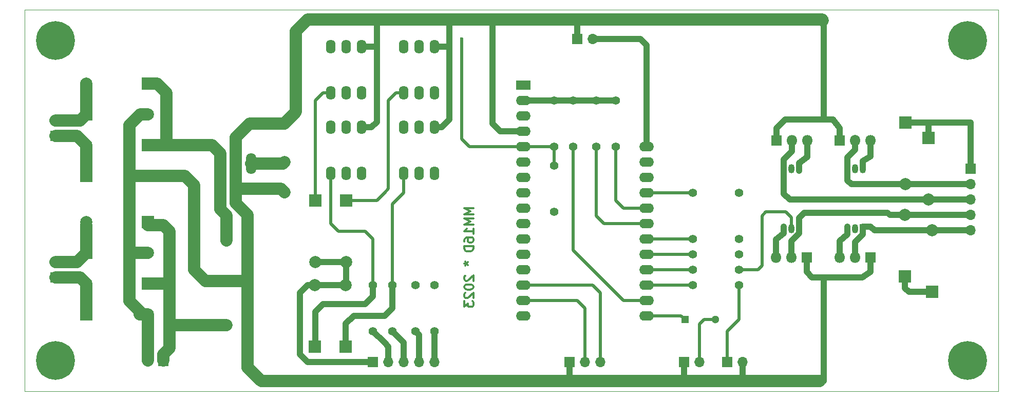
<source format=gbr>
%TF.GenerationSoftware,KiCad,Pcbnew,5.1.9+dfsg1-1+deb11u1*%
%TF.CreationDate,2023-10-22T21:48:40+02:00*%
%TF.ProjectId,mainboard,6d61696e-626f-4617-9264-2e6b69636164,231022*%
%TF.SameCoordinates,Original*%
%TF.FileFunction,Copper,L2,Bot*%
%TF.FilePolarity,Positive*%
%FSLAX46Y46*%
G04 Gerber Fmt 4.6, Leading zero omitted, Abs format (unit mm)*
G04 Created by KiCad (PCBNEW 5.1.9+dfsg1-1+deb11u1) date 2023-10-22 21:48:40*
%MOMM*%
%LPD*%
G01*
G04 APERTURE LIST*
%TA.AperFunction,NonConductor*%
%ADD10C,0.300000*%
%TD*%
%TA.AperFunction,Profile*%
%ADD11C,0.100000*%
%TD*%
%TA.AperFunction,ComponentPad*%
%ADD12R,1.300000X1.300000*%
%TD*%
%TA.AperFunction,ComponentPad*%
%ADD13C,1.300000*%
%TD*%
%TA.AperFunction,ComponentPad*%
%ADD14C,1.397000*%
%TD*%
%TA.AperFunction,ComponentPad*%
%ADD15C,1.998980*%
%TD*%
%TA.AperFunction,ComponentPad*%
%ADD16R,1.998980X1.998980*%
%TD*%
%TA.AperFunction,ComponentPad*%
%ADD17O,1.699260X3.500120*%
%TD*%
%TA.AperFunction,ComponentPad*%
%ADD18O,1.600000X2.300000*%
%TD*%
%TA.AperFunction,ComponentPad*%
%ADD19C,6.400000*%
%TD*%
%TA.AperFunction,ComponentPad*%
%ADD20O,1.700000X1.700000*%
%TD*%
%TA.AperFunction,ComponentPad*%
%ADD21R,1.700000X1.700000*%
%TD*%
%TA.AperFunction,ComponentPad*%
%ADD22R,1.050000X1.500000*%
%TD*%
%TA.AperFunction,ComponentPad*%
%ADD23O,1.050000X1.500000*%
%TD*%
%TA.AperFunction,ComponentPad*%
%ADD24O,2.400000X1.600000*%
%TD*%
%TA.AperFunction,ComponentPad*%
%ADD25R,2.400000X1.600000*%
%TD*%
%TA.AperFunction,ComponentPad*%
%ADD26O,1.800000X1.800000*%
%TD*%
%TA.AperFunction,ComponentPad*%
%ADD27R,1.800000X1.800000*%
%TD*%
%TA.AperFunction,ViaPad*%
%ADD28C,0.600000*%
%TD*%
%TA.AperFunction,Conductor*%
%ADD29C,0.500000*%
%TD*%
%TA.AperFunction,Conductor*%
%ADD30C,1.000000*%
%TD*%
%TA.AperFunction,Conductor*%
%ADD31C,2.000000*%
%TD*%
G04 APERTURE END LIST*
D10*
X148760571Y-100604857D02*
X147260571Y-100604857D01*
X148332000Y-101104857D01*
X147260571Y-101604857D01*
X148760571Y-101604857D01*
X148760571Y-102319142D02*
X147260571Y-102319142D01*
X148332000Y-102819142D01*
X147260571Y-103319142D01*
X148760571Y-103319142D01*
X148760571Y-104819142D02*
X148760571Y-103962000D01*
X148760571Y-104390571D02*
X147260571Y-104390571D01*
X147474857Y-104247714D01*
X147617714Y-104104857D01*
X147689142Y-103962000D01*
X147260571Y-106104857D02*
X147260571Y-105819142D01*
X147332000Y-105676285D01*
X147403428Y-105604857D01*
X147617714Y-105462000D01*
X147903428Y-105390571D01*
X148474857Y-105390571D01*
X148617714Y-105462000D01*
X148689142Y-105533428D01*
X148760571Y-105676285D01*
X148760571Y-105962000D01*
X148689142Y-106104857D01*
X148617714Y-106176285D01*
X148474857Y-106247714D01*
X148117714Y-106247714D01*
X147974857Y-106176285D01*
X147903428Y-106104857D01*
X147832000Y-105962000D01*
X147832000Y-105676285D01*
X147903428Y-105533428D01*
X147974857Y-105462000D01*
X148117714Y-105390571D01*
X148760571Y-106890571D02*
X147260571Y-106890571D01*
X147260571Y-107247714D01*
X147332000Y-107462000D01*
X147474857Y-107604857D01*
X147617714Y-107676285D01*
X147903428Y-107747714D01*
X148117714Y-107747714D01*
X148403428Y-107676285D01*
X148546285Y-107604857D01*
X148689142Y-107462000D01*
X148760571Y-107247714D01*
X148760571Y-106890571D01*
X147260571Y-109747714D02*
X147617714Y-109747714D01*
X147474857Y-109390571D02*
X147617714Y-109747714D01*
X147474857Y-110104857D01*
X147903428Y-109533428D02*
X147617714Y-109747714D01*
X147903428Y-109962000D01*
X147403428Y-111747714D02*
X147332000Y-111819142D01*
X147260571Y-111962000D01*
X147260571Y-112319142D01*
X147332000Y-112462000D01*
X147403428Y-112533428D01*
X147546285Y-112604857D01*
X147689142Y-112604857D01*
X147903428Y-112533428D01*
X148760571Y-111676285D01*
X148760571Y-112604857D01*
X147260571Y-113533428D02*
X147260571Y-113676285D01*
X147332000Y-113819142D01*
X147403428Y-113890571D01*
X147546285Y-113962000D01*
X147832000Y-114033428D01*
X148189142Y-114033428D01*
X148474857Y-113962000D01*
X148617714Y-113890571D01*
X148689142Y-113819142D01*
X148760571Y-113676285D01*
X148760571Y-113533428D01*
X148689142Y-113390571D01*
X148617714Y-113319142D01*
X148474857Y-113247714D01*
X148189142Y-113176285D01*
X147832000Y-113176285D01*
X147546285Y-113247714D01*
X147403428Y-113319142D01*
X147332000Y-113390571D01*
X147260571Y-113533428D01*
X147403428Y-114604857D02*
X147332000Y-114676285D01*
X147260571Y-114819142D01*
X147260571Y-115176285D01*
X147332000Y-115319142D01*
X147403428Y-115390571D01*
X147546285Y-115462000D01*
X147689142Y-115462000D01*
X147903428Y-115390571D01*
X148760571Y-114533428D01*
X148760571Y-115462000D01*
X147260571Y-115962000D02*
X147260571Y-116890571D01*
X147832000Y-116390571D01*
X147832000Y-116604857D01*
X147903428Y-116747714D01*
X147974857Y-116819142D01*
X148117714Y-116890571D01*
X148474857Y-116890571D01*
X148617714Y-116819142D01*
X148689142Y-116747714D01*
X148760571Y-116604857D01*
X148760571Y-116176285D01*
X148689142Y-116033428D01*
X148617714Y-115962000D01*
D11*
X145288000Y-130810000D02*
X187706000Y-130810000D01*
X186690000Y-67818000D02*
X140208000Y-67818000D01*
X74803000Y-67818000D02*
X140335000Y-67818000D01*
X74803000Y-130810000D02*
X74803000Y-67818000D01*
X145415000Y-130810000D02*
X74803000Y-130810000D01*
X235331000Y-130810000D02*
X187579000Y-130810000D01*
X235331000Y-67818000D02*
X235331000Y-130810000D01*
X186563000Y-67818000D02*
X235331000Y-67818000D01*
D12*
%TO.P,C104,1*%
%TO.N,Net-(C104-Pad1)*%
X183642000Y-118999000D03*
D13*
%TO.P,C104,2*%
%TO.N,Net-(C104-Pad2)*%
X188642000Y-118999000D03*
%TD*%
D14*
%TO.P,R110,1*%
%TO.N,Net-(R110-Pad1)*%
X184912000Y-113284000D03*
%TO.P,R110,2*%
%TO.N,Net-(P108-Pad1)*%
X192532000Y-113284000D03*
%TD*%
%TO.P,R105,1*%
%TO.N,Net-(R105-Pad1)*%
X165227000Y-90424000D03*
%TO.P,R105,2*%
%TO.N,/+3.3V*%
X165227000Y-82804000D03*
%TD*%
%TO.P,R106,1*%
%TO.N,Net-(R106-Pad1)*%
X172212000Y-90424000D03*
%TO.P,R106,2*%
%TO.N,/+3.3V*%
X172212000Y-82804000D03*
%TD*%
%TO.P,R107,1*%
%TO.N,Net-(R107-Pad1)*%
X169037000Y-90424000D03*
%TO.P,R107,2*%
%TO.N,/+3.3V*%
X169037000Y-82804000D03*
%TD*%
%TO.P,R108,1*%
%TO.N,Net-(R108-Pad1)*%
X162052000Y-90424000D03*
%TO.P,R108,2*%
%TO.N,/+3.3V*%
X162052000Y-82804000D03*
%TD*%
%TO.P,R109,1*%
%TO.N,GND*%
X162052000Y-101219000D03*
%TO.P,R109,2*%
%TO.N,Net-(R108-Pad1)*%
X162052000Y-93599000D03*
%TD*%
D13*
%TO.P,C101,2*%
%TO.N,GND*%
X111577000Y-119888000D03*
D12*
%TO.P,C101,1*%
%TO.N,/+12V*%
X108077000Y-119888000D03*
%TD*%
D13*
%TO.P,C102,2*%
%TO.N,GND*%
X111577000Y-105918000D03*
D12*
%TO.P,C102,1*%
%TO.N,Net-(C102-Pad1)*%
X108077000Y-105918000D03*
%TD*%
%TO.P,C103,1*%
%TO.N,/+5V*%
X117602000Y-92964000D03*
D13*
%TO.P,C103,2*%
%TO.N,GND*%
X117602000Y-97964000D03*
%TD*%
D15*
%TO.P,D101,2*%
%TO.N,Net-(D101-Pad2)*%
X84963000Y-102872540D03*
D16*
%TO.P,D101,1*%
%TO.N,/+12V*%
X95123000Y-102872540D03*
%TD*%
D15*
%TO.P,D102,2*%
%TO.N,GND*%
X95123000Y-107947460D03*
D16*
%TO.P,D102,1*%
%TO.N,Net-(D101-Pad2)*%
X84963000Y-107947460D03*
%TD*%
D15*
%TO.P,D103,2*%
%TO.N,Net-(D103-Pad2)*%
X84963000Y-113032540D03*
D16*
%TO.P,D103,1*%
%TO.N,/+12V*%
X95123000Y-113032540D03*
%TD*%
D15*
%TO.P,D104,2*%
%TO.N,GND*%
X95123000Y-118107460D03*
D16*
%TO.P,D104,1*%
%TO.N,Net-(D103-Pad2)*%
X84963000Y-118107460D03*
%TD*%
D15*
%TO.P,D105,2*%
%TO.N,Net-(D105-Pad2)*%
X84963000Y-80012540D03*
D16*
%TO.P,D105,1*%
%TO.N,Net-(C102-Pad1)*%
X95123000Y-80012540D03*
%TD*%
D15*
%TO.P,D106,2*%
%TO.N,GND*%
X95123000Y-85087460D03*
D16*
%TO.P,D106,1*%
%TO.N,Net-(D105-Pad2)*%
X84963000Y-85087460D03*
%TD*%
D15*
%TO.P,D107,2*%
%TO.N,Net-(D107-Pad2)*%
X84963000Y-90172540D03*
D16*
%TO.P,D107,1*%
%TO.N,Net-(C102-Pad1)*%
X95123000Y-90172540D03*
%TD*%
D15*
%TO.P,D108,2*%
%TO.N,GND*%
X95123000Y-95247460D03*
D16*
%TO.P,D108,1*%
%TO.N,Net-(D107-Pad2)*%
X84963000Y-95247460D03*
%TD*%
D17*
%TO.P,U101,GND*%
%TO.N,GND*%
X109601000Y-93218000D03*
%TO.P,U101,VI*%
%TO.N,Net-(C102-Pad1)*%
X107061000Y-93218000D03*
%TO.P,U101,VO*%
%TO.N,/+5V*%
X112141000Y-93218000D03*
%TD*%
D15*
%TO.P,D109,2*%
%TO.N,Net-(D109-Pad2)*%
X122679460Y-113284000D03*
D16*
%TO.P,D109,1*%
%TO.N,Net-(D109-Pad1)*%
X122679460Y-123444000D03*
%TD*%
D15*
%TO.P,D110,2*%
%TO.N,Net-(D109-Pad2)*%
X127759460Y-113284000D03*
D16*
%TO.P,D110,1*%
%TO.N,Net-(D110-Pad1)*%
X127759460Y-123444000D03*
%TD*%
D15*
%TO.P,D111,2*%
%TO.N,Net-(D109-Pad2)*%
X122684540Y-109474000D03*
D16*
%TO.P,D111,1*%
%TO.N,Net-(D111-Pad1)*%
X122684540Y-99314000D03*
%TD*%
D15*
%TO.P,D112,2*%
%TO.N,Net-(D109-Pad2)*%
X127764540Y-109474000D03*
D16*
%TO.P,D112,1*%
%TO.N,Net-(D112-Pad1)*%
X127764540Y-99314000D03*
%TD*%
D14*
%TO.P,R101,1*%
%TO.N,Net-(D109-Pad1)*%
X132207000Y-113284000D03*
%TO.P,R101,2*%
%TO.N,Net-(P101-Pad2)*%
X132207000Y-120904000D03*
%TD*%
%TO.P,R102,1*%
%TO.N,Net-(D110-Pad1)*%
X135382000Y-113284000D03*
%TO.P,R102,2*%
%TO.N,Net-(P101-Pad3)*%
X135382000Y-120904000D03*
%TD*%
%TO.P,R103,1*%
%TO.N,Net-(D111-Pad1)*%
X139192000Y-113284000D03*
%TO.P,R103,2*%
%TO.N,Net-(P101-Pad4)*%
X139192000Y-120904000D03*
%TD*%
%TO.P,R104,1*%
%TO.N,Net-(D112-Pad1)*%
X142367000Y-113284000D03*
%TO.P,R104,2*%
%TO.N,Net-(P101-Pad5)*%
X142367000Y-120904000D03*
%TD*%
D18*
%TO.P,U102,1*%
%TO.N,Net-(D109-Pad1)*%
X125222000Y-94869000D03*
%TO.P,U102,2*%
%TO.N,Net-(D109-Pad2)*%
X127762000Y-94869000D03*
%TO.P,U102,3*%
%TO.N,N/C*%
X130302000Y-94869000D03*
%TO.P,U102,4*%
%TO.N,GND*%
X130302000Y-87249000D03*
%TO.P,U102,5*%
%TO.N,Net-(R105-Pad1)*%
X127762000Y-87249000D03*
%TO.P,U102,6*%
%TO.N,Net-(U102-Pad6)*%
X125222000Y-87249000D03*
%TD*%
%TO.P,U103,1*%
%TO.N,Net-(D110-Pad1)*%
X137287000Y-94869000D03*
%TO.P,U103,2*%
%TO.N,Net-(D109-Pad2)*%
X139827000Y-94869000D03*
%TO.P,U103,3*%
%TO.N,N/C*%
X142367000Y-94869000D03*
%TO.P,U103,4*%
%TO.N,GND*%
X142367000Y-87249000D03*
%TO.P,U103,5*%
%TO.N,Net-(R106-Pad1)*%
X139827000Y-87249000D03*
%TO.P,U103,6*%
%TO.N,Net-(U103-Pad6)*%
X137287000Y-87249000D03*
%TD*%
%TO.P,U104,1*%
%TO.N,Net-(D111-Pad1)*%
X125222000Y-81534000D03*
%TO.P,U104,2*%
%TO.N,Net-(D109-Pad2)*%
X127762000Y-81534000D03*
%TO.P,U104,3*%
%TO.N,N/C*%
X130302000Y-81534000D03*
%TO.P,U104,4*%
%TO.N,GND*%
X130302000Y-73914000D03*
%TO.P,U104,5*%
%TO.N,Net-(R107-Pad1)*%
X127762000Y-73914000D03*
%TO.P,U104,6*%
%TO.N,Net-(U104-Pad6)*%
X125222000Y-73914000D03*
%TD*%
%TO.P,U105,1*%
%TO.N,Net-(D112-Pad1)*%
X137287000Y-81534000D03*
%TO.P,U105,2*%
%TO.N,Net-(D109-Pad2)*%
X139827000Y-81534000D03*
%TO.P,U105,3*%
%TO.N,N/C*%
X142367000Y-81534000D03*
%TO.P,U105,4*%
%TO.N,GND*%
X142367000Y-73914000D03*
%TO.P,U105,5*%
%TO.N,Net-(R108-Pad1)*%
X139827000Y-73914000D03*
%TO.P,U105,6*%
%TO.N,Net-(U105-Pad6)*%
X137287000Y-73914000D03*
%TD*%
D15*
%TO.P,D113,2*%
%TO.N,Net-(D113-Pad2)*%
X219966540Y-96647000D03*
D16*
%TO.P,D113,1*%
%TO.N,Net-(D113-Pad1)*%
X219966540Y-86487000D03*
%TD*%
D15*
%TO.P,D114,2*%
%TO.N,Net-(D114-Pad2)*%
X223776540Y-99187000D03*
D16*
%TO.P,D114,1*%
%TO.N,Net-(D113-Pad1)*%
X223776540Y-89027000D03*
%TD*%
D15*
%TO.P,D115,2*%
%TO.N,Net-(D115-Pad2)*%
X219961460Y-101727000D03*
D16*
%TO.P,D115,1*%
%TO.N,Net-(D113-Pad1)*%
X219961460Y-111887000D03*
%TD*%
D15*
%TO.P,D116,2*%
%TO.N,Net-(D116-Pad2)*%
X224406460Y-104267000D03*
D16*
%TO.P,D116,1*%
%TO.N,Net-(D113-Pad1)*%
X224406460Y-114427000D03*
%TD*%
D14*
%TO.P,R111,1*%
%TO.N,Net-(R111-Pad1)*%
X184912000Y-98044000D03*
%TO.P,R111,2*%
%TO.N,Net-(Q101-Pad2)*%
X192532000Y-98044000D03*
%TD*%
%TO.P,R112,1*%
%TO.N,Net-(R112-Pad1)*%
X184912000Y-105664000D03*
%TO.P,R112,2*%
%TO.N,Net-(Q102-Pad2)*%
X192532000Y-105664000D03*
%TD*%
%TO.P,R113,1*%
%TO.N,Net-(R113-Pad1)*%
X184912000Y-110744000D03*
%TO.P,R113,2*%
%TO.N,Net-(Q103-Pad2)*%
X192532000Y-110744000D03*
%TD*%
%TO.P,R114,1*%
%TO.N,Net-(R114-Pad1)*%
X184912000Y-108204000D03*
%TO.P,R114,2*%
%TO.N,Net-(Q104-Pad2)*%
X192532000Y-108204000D03*
%TD*%
D19*
%TO.P,REF\u002A\u002A,1*%
%TO.N,N/C*%
X230251000Y-72898000D03*
%TD*%
%TO.P,REF\u002A\u002A,1*%
%TO.N,N/C*%
X230251000Y-125730000D03*
%TD*%
%TO.P,REF\u002A\u002A,1*%
%TO.N,N/C*%
X79883000Y-72898000D03*
%TD*%
%TO.P,REF\u002A\u002A,1*%
%TO.N,N/C*%
X79883000Y-125730000D03*
%TD*%
D20*
%TO.P,P101,5*%
%TO.N,Net-(P101-Pad5)*%
X142367000Y-125984000D03*
%TO.P,P101,4*%
%TO.N,Net-(P101-Pad4)*%
X139827000Y-125984000D03*
%TO.P,P101,3*%
%TO.N,Net-(P101-Pad3)*%
X137287000Y-125984000D03*
%TO.P,P101,2*%
%TO.N,Net-(P101-Pad2)*%
X134747000Y-125984000D03*
D21*
%TO.P,P101,1*%
%TO.N,Net-(D109-Pad2)*%
X132207000Y-125984000D03*
%TD*%
D20*
%TO.P,P102,2*%
%TO.N,GND*%
X95123000Y-125857000D03*
D21*
%TO.P,P102,1*%
%TO.N,/+12V*%
X97663000Y-125857000D03*
%TD*%
%TO.P,P103,1*%
%TO.N,Net-(D103-Pad2)*%
X79883000Y-112014000D03*
D20*
%TO.P,P103,2*%
%TO.N,Net-(D101-Pad2)*%
X79883000Y-109474000D03*
%TD*%
%TO.P,P104,2*%
%TO.N,Net-(D105-Pad2)*%
X79883000Y-86106000D03*
D21*
%TO.P,P104,1*%
%TO.N,Net-(D107-Pad2)*%
X79883000Y-88646000D03*
%TD*%
%TO.P,P105,1*%
%TO.N,GND*%
X164592000Y-125984000D03*
D20*
%TO.P,P105,2*%
%TO.N,Net-(P105-Pad2)*%
X167132000Y-125984000D03*
%TO.P,P105,3*%
%TO.N,Net-(P105-Pad3)*%
X169672000Y-125984000D03*
%TD*%
D21*
%TO.P,P106,1*%
%TO.N,GND*%
X183515000Y-125984000D03*
D20*
%TO.P,P106,2*%
%TO.N,Net-(C104-Pad2)*%
X186055000Y-125984000D03*
%TD*%
%TO.P,P107,2*%
%TO.N,Net-(P107-Pad2)*%
X168402000Y-72644000D03*
D21*
%TO.P,P107,1*%
%TO.N,GND*%
X165862000Y-72644000D03*
%TD*%
%TO.P,P108,1*%
%TO.N,Net-(P108-Pad1)*%
X190627000Y-125984000D03*
D20*
%TO.P,P108,2*%
%TO.N,GND*%
X193167000Y-125984000D03*
%TD*%
D21*
%TO.P,P109,1*%
%TO.N,Net-(D113-Pad1)*%
X230759000Y-94107000D03*
D20*
%TO.P,P109,2*%
%TO.N,Net-(D113-Pad2)*%
X230759000Y-96647000D03*
%TO.P,P109,3*%
%TO.N,Net-(D114-Pad2)*%
X230759000Y-99187000D03*
%TO.P,P109,4*%
%TO.N,Net-(D115-Pad2)*%
X230759000Y-101727000D03*
%TO.P,P109,5*%
%TO.N,Net-(D116-Pad2)*%
X230759000Y-104267000D03*
%TD*%
D22*
%TO.P,Q101,1*%
%TO.N,Net-(D113-Pad2)*%
X210439000Y-94107000D03*
D23*
%TO.P,Q101,3*%
%TO.N,Net-(Q101-Pad3)*%
X212979000Y-94107000D03*
%TO.P,Q101,2*%
%TO.N,Net-(Q101-Pad2)*%
X211709000Y-94107000D03*
%TD*%
%TO.P,Q102,2*%
%TO.N,Net-(Q102-Pad2)*%
X201231500Y-94107000D03*
%TO.P,Q102,3*%
%TO.N,Net-(Q102-Pad3)*%
X202501500Y-94107000D03*
D22*
%TO.P,Q102,1*%
%TO.N,Net-(D114-Pad2)*%
X199961500Y-94107000D03*
%TD*%
%TO.P,Q103,1*%
%TO.N,Net-(D115-Pad2)*%
X202438000Y-103949500D03*
D23*
%TO.P,Q103,3*%
%TO.N,Net-(Q103-Pad3)*%
X199898000Y-103949500D03*
%TO.P,Q103,2*%
%TO.N,Net-(Q103-Pad2)*%
X201168000Y-103949500D03*
%TD*%
%TO.P,Q104,2*%
%TO.N,Net-(Q104-Pad2)*%
X211709000Y-103949500D03*
%TO.P,Q104,3*%
%TO.N,Net-(Q104-Pad3)*%
X210439000Y-103949500D03*
D22*
%TO.P,Q104,1*%
%TO.N,Net-(D116-Pad2)*%
X212979000Y-103949500D03*
%TD*%
D24*
%TO.P,U106,16*%
%TO.N,Net-(U106-Pad16)*%
X156972000Y-118364000D03*
%TO.P,U106,15*%
%TO.N,Net-(P105-Pad2)*%
X156972000Y-115824000D03*
%TO.P,U106,14*%
%TO.N,Net-(P105-Pad3)*%
X156972000Y-113284000D03*
%TO.P,U106,13*%
%TO.N,Net-(U106-Pad13)*%
X156972000Y-110744000D03*
%TO.P,U106,28*%
%TO.N,Net-(P107-Pad2)*%
X177292000Y-90424000D03*
%TO.P,U106,12*%
%TO.N,Net-(U106-Pad12)*%
X156972000Y-108204000D03*
%TO.P,U106,27*%
%TO.N,Net-(U106-Pad27)*%
X177292000Y-92964000D03*
%TO.P,U106,11*%
%TO.N,Net-(U106-Pad11)*%
X156972000Y-105664000D03*
%TO.P,U106,26*%
%TO.N,/+5V*%
X177292000Y-95504000D03*
%TO.P,U106,10*%
%TO.N,Net-(U106-Pad10)*%
X156972000Y-103124000D03*
%TO.P,U106,25*%
%TO.N,Net-(R111-Pad1)*%
X177292000Y-98044000D03*
%TO.P,U106,9*%
%TO.N,Net-(U106-Pad9)*%
X156972000Y-100584000D03*
%TO.P,U106,24*%
%TO.N,Net-(R106-Pad1)*%
X177292000Y-100584000D03*
%TO.P,U106,8*%
%TO.N,Net-(U106-Pad8)*%
X156972000Y-98044000D03*
%TO.P,U106,23*%
%TO.N,Net-(R107-Pad1)*%
X177292000Y-103124000D03*
%TO.P,U106,7*%
%TO.N,Net-(U106-Pad7)*%
X156972000Y-95504000D03*
%TO.P,U106,22*%
%TO.N,Net-(R112-Pad1)*%
X177292000Y-105664000D03*
%TO.P,U106,6*%
%TO.N,Net-(U106-Pad6)*%
X156972000Y-92964000D03*
%TO.P,U106,21*%
%TO.N,Net-(R114-Pad1)*%
X177292000Y-108204000D03*
%TO.P,U106,5*%
%TO.N,Net-(R108-Pad1)*%
X156972000Y-90424000D03*
%TO.P,U106,20*%
%TO.N,Net-(R113-Pad1)*%
X177292000Y-110744000D03*
%TO.P,U106,4*%
%TO.N,GND*%
X156972000Y-87884000D03*
%TO.P,U106,19*%
%TO.N,Net-(R110-Pad1)*%
X177292000Y-113284000D03*
%TO.P,U106,3*%
%TO.N,Net-(U106-Pad3)*%
X156972000Y-85344000D03*
%TO.P,U106,18*%
%TO.N,Net-(R105-Pad1)*%
X177292000Y-115824000D03*
%TO.P,U106,2*%
%TO.N,/+3.3V*%
X156972000Y-82804000D03*
%TO.P,U106,17*%
%TO.N,Net-(C104-Pad1)*%
X177292000Y-118364000D03*
D25*
%TO.P,U106,1*%
%TO.N,Net-(U106-Pad1)*%
X156972000Y-80264000D03*
%TD*%
D26*
%TO.P,Q107,3*%
%TO.N,Net-(Q103-Pad3)*%
X198628000Y-108712000D03*
%TO.P,Q107,2*%
%TO.N,Net-(D115-Pad2)*%
X201168000Y-108712000D03*
D27*
%TO.P,Q107,1*%
%TO.N,GND*%
X203708000Y-108712000D03*
%TD*%
%TO.P,Q108,1*%
%TO.N,GND*%
X214249000Y-108712000D03*
D26*
%TO.P,Q108,2*%
%TO.N,Net-(D116-Pad2)*%
X211709000Y-108712000D03*
%TO.P,Q108,3*%
%TO.N,Net-(Q104-Pad3)*%
X209169000Y-108712000D03*
%TD*%
D27*
%TO.P,Q105,1*%
%TO.N,GND*%
X209169000Y-89408000D03*
D26*
%TO.P,Q105,2*%
%TO.N,Net-(D113-Pad2)*%
X211709000Y-89408000D03*
%TO.P,Q105,3*%
%TO.N,Net-(Q101-Pad3)*%
X214249000Y-89408000D03*
%TD*%
%TO.P,Q106,3*%
%TO.N,Net-(Q102-Pad3)*%
X203835000Y-89408000D03*
%TO.P,Q106,2*%
%TO.N,Net-(D114-Pad2)*%
X201295000Y-89408000D03*
D27*
%TO.P,Q106,1*%
%TO.N,GND*%
X198755000Y-89408000D03*
%TD*%
D28*
%TO.N,Net-(R108-Pad1)*%
X146812000Y-72644000D03*
%TD*%
D29*
%TO.N,Net-(C104-Pad1)*%
X177292000Y-118364000D02*
X183007000Y-118364000D01*
X183007000Y-118364000D02*
X183642000Y-118999000D01*
%TO.N,Net-(C104-Pad2)*%
X186055000Y-125984000D02*
X186055000Y-119761000D01*
X186817000Y-118999000D02*
X188642000Y-118999000D01*
X186055000Y-119761000D02*
X186817000Y-118999000D01*
D30*
%TO.N,GND*%
X142367000Y-73914000D02*
X144780000Y-73914000D01*
X142367000Y-87249000D02*
X143510000Y-87249000D01*
X144780000Y-69596000D02*
X144907000Y-69469000D01*
X144780000Y-85979000D02*
X144780000Y-73914000D01*
X144780000Y-73914000D02*
X144780000Y-69596000D01*
X143510000Y-87249000D02*
X144780000Y-85979000D01*
X130302000Y-73914000D02*
X132842000Y-73914000D01*
X130302000Y-87249000D02*
X131953000Y-87249000D01*
X132842000Y-86360000D02*
X132842000Y-73914000D01*
X132842000Y-73914000D02*
X132842000Y-69469000D01*
X131953000Y-87249000D02*
X132842000Y-86360000D01*
X156972000Y-87884000D02*
X153162000Y-87884000D01*
X151892000Y-86614000D02*
X151892000Y-69469000D01*
X153162000Y-87884000D02*
X151892000Y-86614000D01*
X206502000Y-73025000D02*
X206502000Y-69723000D01*
X206502000Y-69723000D02*
X206248000Y-69469000D01*
D31*
X203581000Y-69469000D02*
X206248000Y-69469000D01*
X206248000Y-69469000D02*
X206375000Y-69596000D01*
D30*
X193167000Y-125984000D02*
X193167000Y-128524000D01*
X193167000Y-128524000D02*
X193802000Y-129159000D01*
X165862000Y-72644000D02*
X165862000Y-69469000D01*
X206502000Y-85979000D02*
X206502000Y-73025000D01*
D31*
X121412000Y-69469000D02*
X120777000Y-70104000D01*
X203581000Y-69469000D02*
X165862000Y-69469000D01*
X165862000Y-69469000D02*
X151892000Y-69469000D01*
X151892000Y-69469000D02*
X144907000Y-69469000D01*
X144907000Y-69469000D02*
X132842000Y-69469000D01*
X132842000Y-69469000D02*
X121412000Y-69469000D01*
X109601000Y-97409000D02*
X117047000Y-97409000D01*
X117047000Y-97409000D02*
X117602000Y-97964000D01*
X109601000Y-93218000D02*
X109601000Y-88900000D01*
X109601000Y-88900000D02*
X111887000Y-86614000D01*
X111887000Y-86614000D02*
X117602000Y-86614000D01*
X117602000Y-86614000D02*
X119507000Y-84709000D01*
X119507000Y-84709000D02*
X119507000Y-71374000D01*
X119507000Y-71374000D02*
X120777000Y-70104000D01*
D30*
X164592000Y-129159000D02*
X164592000Y-125984000D01*
D31*
X165862000Y-129159000D02*
X164592000Y-129159000D01*
X164592000Y-129159000D02*
X149352000Y-129159000D01*
X111577000Y-126944000D02*
X113792000Y-129159000D01*
X113792000Y-129159000D02*
X149352000Y-129159000D01*
X111577000Y-126944000D02*
X111577000Y-119888000D01*
X193802000Y-129159000D02*
X183515000Y-129159000D01*
X183515000Y-129159000D02*
X165862000Y-129159000D01*
D30*
X206502000Y-112014000D02*
X206502000Y-129159000D01*
D31*
X95123000Y-95247460D02*
X101216460Y-95247460D01*
X104584500Y-112585500D02*
X111513500Y-112585500D01*
X102743000Y-110744000D02*
X104584500Y-112585500D01*
X102743000Y-96774000D02*
X102743000Y-110744000D01*
X101216460Y-95247460D02*
X102743000Y-96774000D01*
X93726000Y-118107460D02*
X93726000Y-117602000D01*
X93726000Y-117602000D02*
X92075000Y-115951000D01*
X92075000Y-87122000D02*
X92075000Y-86868000D01*
X93855540Y-85087460D02*
X95123000Y-85087460D01*
X92075000Y-86868000D02*
X93855540Y-85087460D01*
X111513500Y-119761000D02*
X111513500Y-112585500D01*
X111513500Y-112585500D02*
X111513500Y-105981500D01*
D30*
X111513500Y-105981500D02*
X111577000Y-105918000D01*
D31*
X111577000Y-105918000D02*
X111577000Y-101734500D01*
X109601000Y-99758500D02*
X109601000Y-97409000D01*
X109601000Y-97409000D02*
X109601000Y-93218000D01*
X111577000Y-101734500D02*
X109601000Y-99758500D01*
X93599000Y-95247460D02*
X92075000Y-95247460D01*
X92075000Y-107947460D02*
X92075000Y-99314000D01*
X92075000Y-99314000D02*
X92075000Y-95247460D01*
X92075000Y-95247460D02*
X92075000Y-93218000D01*
X95123000Y-125730000D02*
X95123000Y-118107460D01*
X92075000Y-87122000D02*
X92075000Y-93218000D01*
X93599000Y-95247460D02*
X95123000Y-95247460D01*
X92075000Y-107947460D02*
X95123000Y-107947460D01*
X92075000Y-109474000D02*
X92075000Y-107947460D01*
X92075000Y-109474000D02*
X92075000Y-115951000D01*
X95123000Y-118107460D02*
X93726000Y-118107460D01*
D30*
X183515000Y-125984000D02*
X183515000Y-129159000D01*
X200152000Y-85979000D02*
X206502000Y-85979000D01*
X198755000Y-87376000D02*
X200152000Y-85979000D01*
X198755000Y-89408000D02*
X198755000Y-87376000D01*
X209169000Y-87376000D02*
X209169000Y-89408000D01*
X208026000Y-85979000D02*
X209169000Y-87376000D01*
X206502000Y-85979000D02*
X208026000Y-85979000D01*
D31*
X205867000Y-129159000D02*
X193802000Y-129159000D01*
D30*
X204597000Y-112014000D02*
X206502000Y-112014000D01*
X203708000Y-111125000D02*
X204597000Y-112014000D01*
X203708000Y-108712000D02*
X203708000Y-111125000D01*
X214249000Y-111125000D02*
X214249000Y-108712000D01*
X212852000Y-112014000D02*
X214249000Y-111125000D01*
X206502000Y-112014000D02*
X212852000Y-112014000D01*
%TO.N,Net-(P107-Pad2)*%
X168402000Y-72644000D02*
X175260000Y-72644000D01*
X177292000Y-73660000D02*
X177292000Y-90424000D01*
X176276000Y-72644000D02*
X177292000Y-73660000D01*
X175260000Y-72644000D02*
X176276000Y-72644000D01*
D29*
%TO.N,Net-(P108-Pad1)*%
X190627000Y-125984000D02*
X190627000Y-120904000D01*
X192532000Y-118999000D02*
X192532000Y-113284000D01*
X190627000Y-120904000D02*
X192532000Y-118999000D01*
%TO.N,Net-(R110-Pad1)*%
X184912000Y-113284000D02*
X177292000Y-113284000D01*
%TO.N,Net-(P105-Pad2)*%
X167132000Y-125984000D02*
X167132000Y-117094000D01*
X165862000Y-115824000D02*
X156972000Y-115824000D01*
X167132000Y-117094000D02*
X165862000Y-115824000D01*
%TO.N,Net-(P105-Pad3)*%
X156972000Y-113284000D02*
X168402000Y-113284000D01*
X169672000Y-114554000D02*
X169672000Y-125984000D01*
X168402000Y-113284000D02*
X169672000Y-114554000D01*
%TO.N,Net-(R105-Pad1)*%
X165227000Y-90424000D02*
X165227000Y-107569000D01*
X173482000Y-115824000D02*
X177292000Y-115824000D01*
X165227000Y-107569000D02*
X173482000Y-115824000D01*
D30*
%TO.N,/+3.3V*%
X172212000Y-82804000D02*
X169037000Y-82804000D01*
X169037000Y-82804000D02*
X165227000Y-82804000D01*
X165227000Y-82804000D02*
X162052000Y-82804000D01*
X162052000Y-82804000D02*
X156972000Y-82804000D01*
D29*
%TO.N,Net-(R106-Pad1)*%
X172212000Y-90424000D02*
X172212000Y-99314000D01*
X173482000Y-100584000D02*
X177292000Y-100584000D01*
X172212000Y-99314000D02*
X173482000Y-100584000D01*
%TO.N,Net-(R107-Pad1)*%
X169037000Y-90424000D02*
X169037000Y-101854000D01*
X170307000Y-103124000D02*
X177292000Y-103124000D01*
X169037000Y-101854000D02*
X170307000Y-103124000D01*
%TO.N,Net-(R108-Pad1)*%
X146812000Y-72644000D02*
X146812000Y-89154000D01*
X146812000Y-89154000D02*
X148082000Y-90424000D01*
X148082000Y-90424000D02*
X156972000Y-90424000D01*
X156972000Y-90424000D02*
X162052000Y-90424000D01*
X162052000Y-90424000D02*
X162052000Y-93599000D01*
D31*
%TO.N,Net-(C102-Pad1)*%
X98139250Y-90170000D02*
X105664000Y-90170000D01*
X105664000Y-90170000D02*
X107061000Y-91567000D01*
X107061000Y-91567000D02*
X107061000Y-93218000D01*
X98139250Y-90170000D02*
X95125540Y-90170000D01*
D30*
X95125540Y-90170000D02*
X95123000Y-90172540D01*
D31*
X98139250Y-88677750D02*
X98139250Y-90170000D01*
X108077000Y-105918000D02*
X108077000Y-101790500D01*
X108077000Y-101790500D02*
X107061000Y-100774500D01*
X107061000Y-100774500D02*
X107061000Y-93218000D01*
D30*
X98139250Y-88677750D02*
X98171000Y-88646000D01*
D31*
X96649540Y-80012540D02*
X95123000Y-80012540D01*
X98171000Y-81534000D02*
X96649540Y-80012540D01*
X98171000Y-85090000D02*
X98171000Y-81534000D01*
X98171000Y-88646000D02*
X98171000Y-85090000D01*
%TO.N,/+5V*%
X112141000Y-93218000D02*
X117348000Y-93218000D01*
X117348000Y-93218000D02*
X117602000Y-92964000D01*
%TO.N,Net-(D101-Pad2)*%
X84963000Y-103380540D02*
X84963000Y-107947460D01*
X84963000Y-107947460D02*
X83436460Y-109474000D01*
X83436460Y-109474000D02*
X79883000Y-109474000D01*
%TO.N,Net-(D103-Pad2)*%
X84963000Y-113032540D02*
X83944460Y-112014000D01*
X83944460Y-112014000D02*
X79883000Y-112014000D01*
X84963000Y-118107460D02*
X84963000Y-113032540D01*
%TO.N,Net-(D105-Pad2)*%
X84963000Y-85087460D02*
X84963000Y-80012540D01*
X79883000Y-86106000D02*
X83944460Y-86106000D01*
X83944460Y-86106000D02*
X84963000Y-85087460D01*
%TO.N,Net-(D107-Pad2)*%
X79883000Y-88646000D02*
X83436460Y-88646000D01*
X83436460Y-88646000D02*
X84963000Y-90172540D01*
X84963000Y-90172540D02*
X84963000Y-95247460D01*
D30*
%TO.N,Net-(D109-Pad2)*%
X132207000Y-125984000D02*
X121412000Y-125984000D01*
X121412000Y-113284000D02*
X122679460Y-113284000D01*
X120142000Y-114554000D02*
X121412000Y-113284000D01*
X120142000Y-124714000D02*
X120142000Y-114554000D01*
X121412000Y-125984000D02*
X120142000Y-124714000D01*
X122679460Y-113284000D02*
X127759460Y-113284000D01*
X127759460Y-113284000D02*
X127764540Y-113278920D01*
X127764540Y-113278920D02*
X127764540Y-109474000D01*
X127764540Y-109474000D02*
X122684540Y-109474000D01*
D29*
%TO.N,Net-(D109-Pad1)*%
X132207000Y-113284000D02*
X132207000Y-105664000D01*
X132207000Y-105664000D02*
X130937000Y-104394000D01*
X130937000Y-104394000D02*
X126492000Y-104394000D01*
X126492000Y-104394000D02*
X125222000Y-103124000D01*
X125222000Y-103124000D02*
X125222000Y-94869000D01*
D30*
X132207000Y-113284000D02*
X132207000Y-115189000D01*
X122682000Y-117729000D02*
X122682000Y-123441460D01*
X123952000Y-116459000D02*
X122682000Y-117729000D01*
X130937000Y-116459000D02*
X123952000Y-116459000D01*
X132207000Y-115189000D02*
X130937000Y-116459000D01*
X122682000Y-123441460D02*
X122679460Y-123444000D01*
D29*
%TO.N,Net-(D110-Pad1)*%
X135382000Y-113284000D02*
X135382000Y-99949000D01*
X137287000Y-98044000D02*
X137287000Y-94869000D01*
X135382000Y-99949000D02*
X137287000Y-98044000D01*
D30*
X127759460Y-123444000D02*
X127759460Y-119636540D01*
X135382000Y-117094000D02*
X135382000Y-113284000D01*
X134112000Y-118364000D02*
X135382000Y-117094000D01*
X129032000Y-118364000D02*
X134112000Y-118364000D01*
X127759460Y-119636540D02*
X129032000Y-118364000D01*
D29*
%TO.N,Net-(D111-Pad1)*%
X122684540Y-99314000D02*
X122684540Y-82801460D01*
X123952000Y-81534000D02*
X125222000Y-81534000D01*
X122684540Y-82801460D02*
X123952000Y-81534000D01*
%TO.N,Net-(D112-Pad1)*%
X134747000Y-82804000D02*
X136017000Y-81534000D01*
X134747000Y-97409000D02*
X134747000Y-82804000D01*
X134112000Y-98044000D02*
X134747000Y-97409000D01*
X136017000Y-81534000D02*
X137287000Y-81534000D01*
X127764540Y-99314000D02*
X132842000Y-99314000D01*
X132842000Y-99314000D02*
X134112000Y-98044000D01*
D30*
%TO.N,Net-(P101-Pad2)*%
X132207000Y-120904000D02*
X134112000Y-122809000D01*
X134747000Y-123444000D02*
X134747000Y-125984000D01*
X134112000Y-122809000D02*
X134747000Y-123444000D01*
%TO.N,Net-(P101-Pad3)*%
X135382000Y-120904000D02*
X137287000Y-122809000D01*
X137287000Y-122809000D02*
X137287000Y-125984000D01*
%TO.N,Net-(P101-Pad4)*%
X139192000Y-120904000D02*
X139827000Y-121539000D01*
X139827000Y-121539000D02*
X139827000Y-125984000D01*
%TO.N,Net-(P101-Pad5)*%
X142367000Y-120904000D02*
X142367000Y-125984000D01*
%TO.N,Net-(D113-Pad2)*%
X211709000Y-90932000D02*
X211709000Y-89027000D01*
X211074000Y-96647000D02*
X219966540Y-96647000D01*
X210439000Y-96012000D02*
X211074000Y-96647000D01*
X219966540Y-96647000D02*
X230759000Y-96647000D01*
X210439000Y-92202000D02*
X211709000Y-90932000D01*
X210439000Y-95377000D02*
X210439000Y-96012000D01*
X210439000Y-94107000D02*
X210439000Y-92202000D01*
X210439000Y-94107000D02*
X210439000Y-95377000D01*
%TO.N,Net-(D113-Pad1)*%
X224406460Y-114427000D02*
X220599000Y-114427000D01*
X219961460Y-113789460D02*
X219961460Y-111887000D01*
X220599000Y-114427000D02*
X219961460Y-113789460D01*
X223776540Y-89027000D02*
X223776540Y-86487000D01*
X219966540Y-86487000D02*
X223776540Y-86487000D01*
X223776540Y-86487000D02*
X230759000Y-86487000D01*
X230759000Y-86487000D02*
X230759000Y-94107000D01*
%TO.N,Net-(D114-Pad2)*%
X223776540Y-99187000D02*
X230759000Y-99187000D01*
X201295000Y-91186000D02*
X201295000Y-89408000D01*
X199961500Y-92519500D02*
X201295000Y-91186000D01*
X200914000Y-99187000D02*
X199961500Y-98234500D01*
X199961500Y-98234500D02*
X199961500Y-92519500D01*
X223776540Y-99187000D02*
X200914000Y-99187000D01*
%TO.N,Net-(D115-Pad2)*%
X217424000Y-101727000D02*
X219961460Y-101727000D01*
X217043000Y-101346000D02*
X217424000Y-101727000D01*
X203327000Y-101346000D02*
X217043000Y-101346000D01*
X201168000Y-108712000D02*
X201168000Y-106045000D01*
X201168000Y-106045000D02*
X202438000Y-104775000D01*
X219961460Y-101727000D02*
X230759000Y-101727000D01*
X202438000Y-102235000D02*
X203327000Y-101346000D01*
X202438000Y-103632000D02*
X202438000Y-102235000D01*
X202438000Y-104775000D02*
X202438000Y-103632000D01*
%TO.N,Net-(D116-Pad2)*%
X211709000Y-106172000D02*
X211709000Y-108712000D01*
X224406460Y-104267000D02*
X214884000Y-104267000D01*
X214884000Y-104267000D02*
X214249000Y-103632000D01*
X211709000Y-108077000D02*
X211709000Y-108712000D01*
X230759000Y-104267000D02*
X224406460Y-104267000D01*
X212979000Y-104902000D02*
X211709000Y-106172000D01*
X212979000Y-103632000D02*
X212979000Y-104902000D01*
X214249000Y-103632000D02*
X212979000Y-103632000D01*
D29*
%TO.N,Net-(Q103-Pad2)*%
X201168000Y-103632000D02*
X201168000Y-102108000D01*
X195707000Y-110744000D02*
X192532000Y-110744000D01*
X196342000Y-110109000D02*
X195707000Y-110744000D01*
X196342000Y-109474000D02*
X196342000Y-110109000D01*
X196342000Y-101854000D02*
X196342000Y-109474000D01*
X196977000Y-101219000D02*
X196342000Y-101854000D01*
X200279000Y-101219000D02*
X196977000Y-101219000D01*
X201168000Y-102108000D02*
X200279000Y-101219000D01*
%TO.N,Net-(R111-Pad1)*%
X184912000Y-98044000D02*
X177292000Y-98044000D01*
%TO.N,Net-(R112-Pad1)*%
X177292000Y-105664000D02*
X184912000Y-105664000D01*
%TO.N,Net-(R113-Pad1)*%
X184912000Y-110744000D02*
X177292000Y-110744000D01*
%TO.N,Net-(R114-Pad1)*%
X184912000Y-108204000D02*
X177292000Y-108204000D01*
D30*
%TO.N,Net-(Q101-Pad3)*%
X212979000Y-92837000D02*
X212979000Y-94107000D01*
X214249000Y-92075000D02*
X212979000Y-92837000D01*
X214249000Y-89408000D02*
X214249000Y-92075000D01*
%TO.N,Net-(Q102-Pad3)*%
X203835000Y-92133420D02*
X203835000Y-89408000D01*
X202501500Y-93154500D02*
X203835000Y-92133420D01*
X202501500Y-94424500D02*
X202501500Y-93154500D01*
%TO.N,Net-(Q103-Pad3)*%
X199898000Y-104775000D02*
X199898000Y-103632000D01*
X198628000Y-105791000D02*
X199898000Y-104775000D01*
X198628000Y-108712000D02*
X198628000Y-105791000D01*
%TO.N,Net-(Q104-Pad3)*%
X209169000Y-106045000D02*
X209169000Y-108712000D01*
X210439000Y-104902000D02*
X209169000Y-106045000D01*
X210439000Y-103632000D02*
X210439000Y-104902000D01*
D31*
%TO.N,/+12V*%
X98679000Y-119888000D02*
X108077000Y-119888000D01*
D30*
X107950000Y-119824500D02*
X108013500Y-119888000D01*
D31*
X95123000Y-113032540D02*
X98679000Y-113032540D01*
X97663000Y-125730000D02*
X97663000Y-124714000D01*
X97663000Y-124714000D02*
X98679000Y-123698000D01*
X98679000Y-123698000D02*
X98679000Y-119888000D01*
X98679000Y-119888000D02*
X98679000Y-119824500D01*
X98679000Y-119824500D02*
X98679000Y-113032540D01*
X98679000Y-113032540D02*
X98679000Y-104394000D01*
X98679000Y-104394000D02*
X97665540Y-103380540D01*
X97665540Y-103380540D02*
X95123000Y-103380540D01*
D30*
X94612460Y-103380540D02*
X95123000Y-103380540D01*
%TD*%
M02*

</source>
